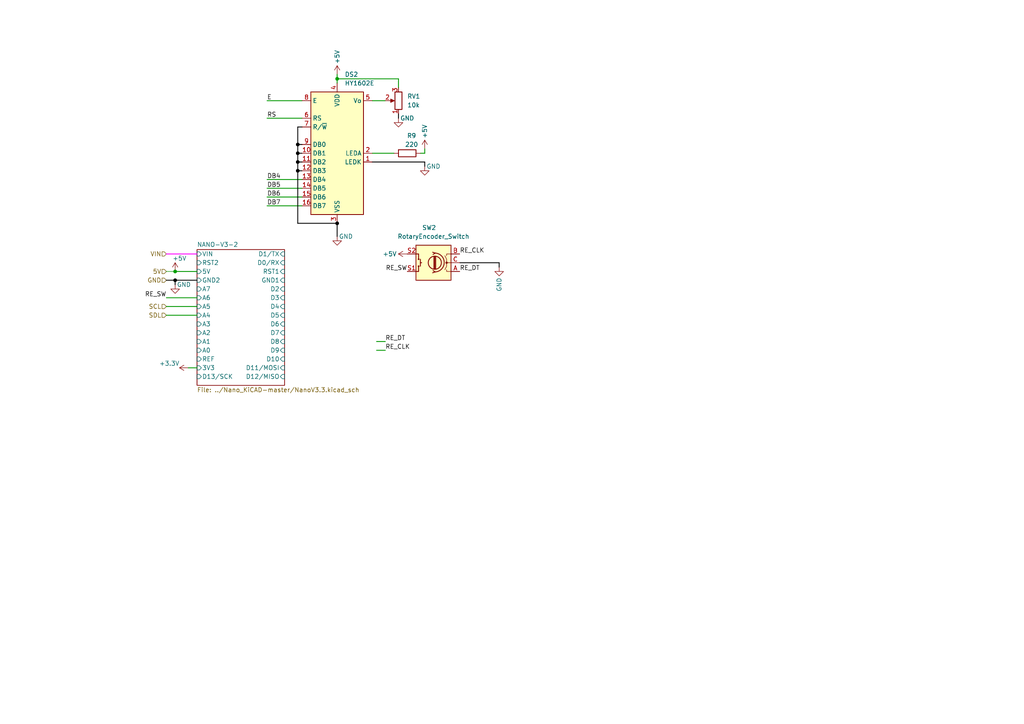
<source format=kicad_sch>
(kicad_sch (version 20231120) (generator "eeschema") (generator_version "8.0")
  (paper "A4")
  (lib_symbols
    (symbol "Device:R" (pin_numbers hide) (pin_names (offset 0))
      (property "Reference" "R" (at 2.032 0 90))
      (property "Value" "R" (at 0 0 90))
      (symbol "R_0_1"
        (rectangle (start -1.016 -2.54) (end 1.016 2.54) (stroke (width 0.254)))
      )
      (symbol "R_1_1"
        (pin passive line (at 0 3.81 270) (length 1.27) (name "~") (number "1"))
        (pin passive line (at 0 -3.81 90) (length 1.27) (name "~") (number "2"))
      )
    )
    (symbol "Device:R_Potentiometer" (pin_names (offset 1.016) hide)
      (property "Reference" "RV" (at -4.445 0 90))
      (property "Value" "R_Potentiometer" (at -2.54 0 90))
      (symbol "R_Potentiometer_0_1"
        (polyline (pts (xy 2.54 0) (xy 1.524 0)))
        (polyline (pts (xy 1.143 0) (xy 2.286 0.508) (xy 2.286 -0.508) (xy 1.143 0)) (fill (type outline)))
        (rectangle (start 1.016 2.54) (end -1.016 -2.54) (stroke (width 0.254)))
      )
      (symbol "R_Potentiometer_1_1"
        (pin passive line (at 0 3.81 270) (length 1.27) (name "1") (number "1"))
        (pin passive line (at 3.81 0 180) (length 1.27) (name "2") (number "2"))
        (pin passive line (at 0 -3.81 90) (length 1.27) (name "3") (number "3"))
      )
    )
    (symbol "Device:RotaryEncoder_Switch" (pin_names (offset 0.254) hide)
      (property "Reference" "SW" (at 0 6.604 0))
      (property "Value" "RotaryEncoder_Switch" (at 0 -6.604 0))
      (symbol "RotaryEncoder_Switch_0_1"
        (rectangle (start -5.08 5.08) (end 5.08 -5.08) (stroke (width 0.254)) (fill (type background)))
        (circle (center -3.81 0) (radius 0.254) (fill (type outline)))
        (circle (center -0.381 0) (radius 1.905) (stroke (width 0.254)))
        (arc (start -0.381 2.667) (mid -3.0988 -0.0635) (end -0.381 -2.794) (stroke (width 0.254)))
        (polyline (pts (xy -0.635 -1.778) (xy -0.635 1.778)) (stroke (width 0.254)))
        (polyline (pts (xy -0.381 -1.778) (xy -0.381 1.778)) (stroke (width 0.254)))
        (polyline (pts (xy -0.127 1.778) (xy -0.127 -1.778)) (stroke (width 0.254)))
        (polyline (pts (xy 3.81 0) (xy 3.429 0)) (stroke (width 0.254)))
        (polyline (pts (xy 3.81 1.016) (xy 3.81 -1.016)) (stroke (width 0.254)))
        (polyline (pts (xy -5.08 -2.54) (xy -3.81 -2.54) (xy -3.81 -2.032)))
        (polyline (pts (xy -5.08 2.54) (xy -3.81 2.54) (xy -3.81 2.032)))
        (polyline (pts (xy 0.254 -3.048) (xy -0.508 -2.794) (xy 0.127 -2.413)) (stroke (width 0.254)))
        (polyline (pts (xy 0.254 2.921) (xy -0.508 2.667) (xy 0.127 2.286)) (stroke (width 0.254)))
        (polyline (pts (xy 5.08 -2.54) (xy 4.318 -2.54) (xy 4.318 -1.016)) (stroke (width 0.254)))
        (polyline (pts (xy 5.08 2.54) (xy 4.318 2.54) (xy 4.318 1.016)) (stroke (width 0.254)))
        (polyline (pts (xy -5.08 0) (xy -3.81 0) (xy -3.81 -1.016) (xy -3.302 -2.032)))
        (polyline (pts (xy -4.318 0) (xy -3.81 0) (xy -3.81 1.016) (xy -3.302 2.032)))
        (circle (center 4.318 -1.016) (radius 0.127) (stroke (width 0.254)))
        (circle (center 4.318 1.016) (radius 0.127) (stroke (width 0.254)))
      )
      (symbol "RotaryEncoder_Switch_1_1"
        (pin passive line (at -7.62 2.54 0) (length 2.54) (name "A") (number "A"))
        (pin passive line (at -7.62 -2.54 0) (length 2.54) (name "B") (number "B"))
        (pin passive line (at -7.62 0 0) (length 2.54) (name "C") (number "C"))
        (pin passive line (at 7.62 2.54 180) (length 2.54) (name "S1") (number "S1"))
        (pin passive line (at 7.62 -2.54 180) (length 2.54) (name "S2") (number "S2"))
      )
    )
    (symbol "HY1602E_1"
      (property "Reference" "DS" (at -6.096 19.05 0))
      (property "Value" "HY1602E" (at 5.08 19.05 0))
      (symbol "HY1602E_1_0_1"
        (rectangle (start -7.62 17.78) (end 7.62 -17.78) (stroke (width 0.254)) (fill (type background)))
      )
      (symbol "HY1602E_1_1_1"
        (pin passive line (at 10.16 -2.54 180) (length 2.54) (name "LEDK") (number "1"))
        (pin bidirectional line (at -10.16 0 0) (length 2.54) (name "DB1") (number "10"))
        (pin bidirectional line (at -10.16 -2.54 0) (length 2.54) (name "DB2") (number "11"))
        (pin bidirectional line (at -10.16 -5.08 0) (length 2.54) (name "DB3") (number "12"))
        (pin bidirectional line (at -10.16 -7.62 0) (length 2.54) (name "DB4") (number "13"))
        (pin bidirectional line (at -10.16 -10.16 0) (length 2.54) (name "DB5") (number "14"))
        (pin bidirectional line (at -10.16 -12.7 0) (length 2.54) (name "DB6") (number "15"))
        (pin bidirectional line (at -10.16 -15.24 0) (length 2.54) (name "DB7") (number "16"))
        (pin passive line (at 10.16 0 180) (length 2.54) (name "LEDA") (number "2"))
        (pin power_in line (at 0 -20.32 90) (length 2.54) (name "VSS") (number "3"))
        (pin power_in line (at 0 20.32 270) (length 2.54) (name "VDD") (number "4"))
        (pin input line (at 10.16 15.24 180) (length 2.54) (name "Vo") (number "5"))
        (pin input line (at -10.16 10.16 0) (length 2.54) (name "RS") (number "6"))
        (pin input line (at -10.16 7.62 0) (length 2.54) (name "R/~{W}") (number "7"))
        (pin input line (at -10.16 15.24 0) (length 2.54) (name "E") (number "8"))
        (pin bidirectional line (at -10.16 2.54 0) (length 2.54) (name "DB0") (number "9"))
      )
    )
    (symbol "power:+3.3V" (power) (pin_names (offset 0))
      (property "Value" "+3.3V" (at 0 3.556 0))
      (symbol "+3.3V_0_1"
        (polyline (pts (xy -0.762 1.27) (xy 0 2.54)))
        (polyline (pts (xy 0 0) (xy 0 2.54)))
        (polyline (pts (xy 0 2.54) (xy 0.762 1.27)))
      )
      (symbol "+3.3V_1_1"
        (pin power_in line (at 0 0 90) (length 0) hide (name "+3.3V") (number "1"))
      )
    )
    (symbol "power:+5V" (power) (pin_names (offset 0))
      (property "Value" "+5V" (at 0 3.556 0))
      (symbol "+5V_0_1"
        (polyline (pts (xy -0.762 1.27) (xy 0 2.54)))
        (polyline (pts (xy 0 0) (xy 0 2.54)))
        (polyline (pts (xy 0 2.54) (xy 0.762 1.27)))
      )
      (symbol "+5V_1_1"
        (pin power_in line (at 0 0 90) (length 0) hide (name "+5V") (number "1"))
      )
    )
    (symbol "power:GND" (power) (pin_names (offset 0))
      (property "Value" "GND" (at 0 -3.81 0))
      (symbol "GND_0_1"
        (polyline (pts (xy 0 0) (xy 0 -1.27) (xy 1.27 -1.27) (xy 0 -2.54) (xy -1.27 -1.27) (xy 0 -1.27)))
      )
      (symbol "GND_1_1"
        (pin power_in line (at 0 0 270) (length 0) hide (name "GND") (number "1"))
      )
    )
  )
  (junction (at 50.8 81.28) (color 0 0 0 1))
  (junction (at 97.79 22.86))
  (junction (at 86.36 41.91) (color 0 0 0 1))
  (junction (at 50.8 78.74))
  (junction (at 97.79 64.77) (color 0 0 0 1))
  (junction (at 86.36 44.45) (color 0 0 0 1))
  (junction (at 86.36 46.99) (color 0 0 0 1))
  (junction (at 86.36 49.53) (color 0 0 0 1))
  (wire (pts (xy 50.8 81.28) (xy 50.8 82.55)) (stroke (width 0.25) (color 0 0 0 1)))
  (wire (pts (xy 86.36 49.53) (xy 86.36 64.77)) (stroke (width 0.25) (color 0 0 0 1)))
  (wire (pts (xy 87.63 52.07) (xy 77.47 52.07)) (stroke (width 0.25)))
  (wire (pts (xy 57.15 106.68) (xy 54.61 106.68)) (stroke (width 0.25)))
  (wire (pts (xy 87.63 41.91) (xy 86.36 41.91)) (stroke (width 0.25) (color 0 0 0 1)))
  (wire (pts (xy 111.76 99.06) (xy 109.22 99.06)) (stroke (width 0.25)))
  (wire (pts (xy 123.19 43.18) (xy 123.19 44.45)) (stroke (width 0.25)))
  (wire (pts (xy 57.15 78.74) (xy 50.8 78.74)) (stroke (width 0.25)))
  (wire (pts (xy 86.36 46.99) (xy 87.63 46.99)) (stroke (width 0.25) (color 0 0 0 1)))
  (wire (pts (xy 50.8 81.28) (xy 57.15 81.28)) (stroke (width 0.25) (color 0 0 0 1)))
  (wire (pts (xy 97.79 22.86) (xy 115.57 22.86)) (stroke (width 0.25)))
  (wire (pts (xy 123.19 44.45) (xy 121.92 44.45)) (stroke (width 0.25)))
  (wire (pts (xy 86.36 46.99) (xy 86.36 49.53)) (stroke (width 0.25) (color 0 0 0 1)))
  (wire (pts (xy 86.36 49.53) (xy 87.63 49.53)) (stroke (width 0.25) (color 0 0 0 1)))
  (wire (pts (xy 57.15 91.44) (xy 48.26 91.44)) (stroke (width 0.25)))
  (wire (pts (xy 87.63 29.21) (xy 77.47 29.21)) (stroke (width 0.25)))
  (wire (pts (xy 86.36 36.83) (xy 87.63 36.83)) (stroke (width 0.25) (color 0 0 0 1)))
  (wire (pts (xy 48.26 86.36) (xy 57.15 86.36)) (stroke (width 0.25)))
  (wire (pts (xy 115.57 34.29) (xy 115.57 33.02)) (stroke (width 0.25) (color 0 0 0 1)))
  (wire (pts (xy 86.36 41.91) (xy 86.36 36.83)) (stroke (width 0.25) (color 0 0 0 1)))
  (wire (pts (xy 97.79 22.86) (xy 97.79 24.13)) (stroke (width 0.25)))
  (wire (pts (xy 115.57 22.86) (xy 115.57 25.4)) (stroke (width 0.25)))
  (wire (pts (xy 107.95 44.45) (xy 114.3 44.45)) (stroke (width 0.25)))
  (wire (pts (xy 111.76 101.6) (xy 109.22 101.6)) (stroke (width 0.25)))
  (wire (pts (xy 97.79 68.58) (xy 97.79 64.77)) (stroke (width 0.25) (color 0 0 0 1)))
  (wire (pts (xy 107.95 29.21) (xy 111.76 29.21)) (stroke (width 0.25)))
  (wire (pts (xy 87.63 57.15) (xy 77.47 57.15)) (stroke (width 0.25)))
  (wire (pts (xy 57.15 88.9) (xy 48.26 88.9)) (stroke (width 0.25)))
  (wire (pts (xy 144.78 76.2) (xy 133.35 76.2)) (stroke (width 0.25) (color 0 0 0 1)))
  (wire (pts (xy 87.63 59.69) (xy 77.47 59.69)) (stroke (width 0.25)))
  (wire (pts (xy 123.19 46.99) (xy 107.95 46.99)) (stroke (width 0.25) (color 0 0 0 1)))
  (wire (pts (xy 123.19 48.26) (xy 123.19 46.99)) (stroke (width 0.25) (color 0 0 0 1)))
  (wire (pts (xy 48.26 73.66) (xy 57.15 73.66)) (stroke (width 0.25) (color 255 0 255 1)))
  (wire (pts (xy 97.79 21.59) (xy 97.79 22.86)) (stroke (width 0.25)))
  (wire (pts (xy 87.63 54.61) (xy 77.47 54.61)) (stroke (width 0.25)))
  (wire (pts (xy 48.26 81.28) (xy 50.8 81.28)) (stroke (width 0.25) (color 0 0 0 1)))
  (wire (pts (xy 87.63 34.29) (xy 77.47 34.29)) (stroke (width 0.25)))
  (wire (pts (xy 50.8 78.74) (xy 48.26 78.74)))
  (wire (pts (xy 86.36 41.91) (xy 86.36 44.45)) (stroke (width 0.25) (color 0 0 0 1)))
  (wire (pts (xy 86.36 44.45) (xy 87.63 44.45)) (stroke (width 0.25) (color 0 0 0 1)))
  (wire (pts (xy 144.78 76.2) (xy 144.78 77.47)) (stroke (width 0.25) (color 0 0 0 1)))
  (wire (pts (xy 86.36 64.77) (xy 97.79 64.77)) (stroke (width 0.25) (color 0 0 0 1)))
  (wire (pts (xy 86.36 44.45) (xy 86.36 46.99)) (stroke (width 0.25) (color 0 0 0 1)))
  (label "RE_DT" (at 133.35 78.74 0))
  (label "RE_CLK" (at 111.76 101.6 0))
  (label "RE_SW" (at 48.26 86.36 180))
  (label "DB7" (at 77.47 59.69 0))
  (label "RE_CLK" (at 133.35 73.66 0))
  (label "E" (at 77.47 29.21 0))
  (label "RE_SW" (at 118.11 78.74 180))
  (label "DB6" (at 77.47 57.15 0))
  (label "DB4" (at 77.47 52.07 0))
  (label "RS" (at 77.47 34.29 0))
  (label "RE_DT" (at 111.76 99.06 0))
  (label "DB5" (at 77.47 54.61 0))
  (hierarchical_label "GND" (shape input) (at 48.26 81.28 180))
  (hierarchical_label "SCL" (shape input) (at 48.26 88.9 180))
  (hierarchical_label "SDL" (shape input) (at 48.26 91.44 180))
  (hierarchical_label "5V" (shape input) (at 48.26 78.74 180))
  (hierarchical_label "VIN" (shape input) (at 48.26 73.66 180))
  (symbol (lib_id "Device:R") (at 118.11 44.45 90) (unit 1)
    (property "Reference" "R9" (at 119.38 39.37 90))
    (property "Value" "220" (at 119.38 41.91 90))
  )
  (symbol (lib_id "power:GND") (at 115.57 34.29 0) (mirror y) (unit 1)
    (property "Reference" "#PWR?" (effects (hide yes)))
    (property "Value" "GND" (at 118.11 34.29 0))
    (instances (project "MP_v3" (path "" (reference "#PWR?") (unit 1))) (project "press_electrical_prudentia_v2_0" (path "" (reference "#PWR023") (unit 1))))
  )
  (symbol (lib_id "power:+5V") (at 97.79 21.59 0) (mirror y) (unit 1)
    (property "Reference" "#PWR021" (effects (hide yes)))
    (property "Value" "+5V" (at 97.79 16.51 90))
  )
  (symbol (lib_name "HY1602E_1") (lib_id "Display_Character:HY1602E") (at 97.79 44.45 0) (unit 1)
    (property "Reference" "DS2" (at 99.9841 21.59 0) (effects (justify left)))
    (property "Value" "HY1602E" (at 99.9841 24.13 0) (effects (justify left)))
    (property "Footprint" "Display:HY1602E" (effects (hide yes)))
    (property "Datasheet" "http://www.icbank.com/data/ICBShop/board/HY1602E.pdf" (effects (hide yes)))
  )
  (symbol (lib_id "power:GND") (at 144.78 77.47 0) (mirror y) (unit 1)
    (property "Reference" "#PWR045" (effects (hide yes)))
    (property "Value" "GND" (at 144.78 82.55 90))
  )
  (symbol (lib_id "power:+3.3V") (at 54.61 106.68 90) (mirror x) (unit 1)
    (property "Reference" "#PWR082" (effects (hide yes)))
    (property "Value" "+3.3V" (at 52.07 105.41 90) (effects (justify left)))
  )
  (symbol (lib_id "power:GND") (at 123.19 48.26 0) (mirror y) (unit 1)
    (property "Reference" "#PWR?" (effects (hide yes)))
    (property "Value" "GND" (at 125.73 48.26 0))
    (instances (project "MP_v3" (path "" (reference "#PWR?") (unit 1))) (project "press_electrical_prudentia_v2_0" (path "" (reference "#PWR025") (unit 1))))
  )
  (symbol (lib_id "power:+5V") (at 123.19 43.18 0) (mirror y) (unit 1)
    (property "Reference" "#PWR024" (effects (hide yes)))
    (property "Value" "+5V" (at 123.19 38.1 90))
  )
  (symbol (lib_id "Device:RotaryEncoder_Switch") (at 125.73 76.2 180) (unit 1)
    (property "Reference" "SW2" (at 124.46 66.04 0))
    (property "Value" "RotaryEncoder_Switch" (at 125.73 68.58 0))
  )
  (symbol (lib_id "power:+5V") (at 50.8 78.74 0) (mirror y) (unit 1)
    (property "Reference" "#PWR026" (effects (hide yes)))
    (property "Value" "+5V" (at 52.07 74.93 0))
  )
  (symbol (lib_id "power:GND") (at 50.8 82.55 0) (mirror y) (unit 1)
    (property "Reference" "#PWR?" (effects (hide yes)))
    (property "Value" "GND" (at 53.34 82.55 0))
    (instances (project "MP_v3" (path "" (reference "#PWR?") (unit 1))) (project "press_electrical_prudentia_v2_0" (path "" (reference "#PWR027") (unit 1))))
  )
  (symbol (lib_id "power:GND") (at 97.79 68.58 0) (mirror y) (unit 1)
    (property "Reference" "#PWR?" (effects (hide yes)))
    (property "Value" "GND" (at 100.33 68.58 0))
    (instances (project "MP_v3" (path "" (reference "#PWR?") (unit 1))) (project "press_electrical_prudentia_v2_0" (path "" (reference "#PWR022") (unit 1))))
  )
  (symbol (lib_id "Device:R_Potentiometer") (at 115.57 29.21 180) (unit 1)
    (property "Reference" "RV1" (at 118.11 27.94 0) (effects (justify right)))
    (property "Value" "10k" (at 118.11 30.48 0) (effects (justify right)))
  )
  (symbol (lib_id "power:+5V") (at 118.11 73.66 90) (mirror x) (unit 1)
    (property "Reference" "#PWR017" (effects (hide yes)))
    (property "Value" "+5V" (at 113.03 73.66 90))
  )
  (sheet (at 57.15 72.39) (size 25.4 39.37) (stroke (width 0.1524))
    (property "Sheetname" "NANO-V3-2" (at 57.15 71.6784 0) (effects (justify left bottom)))
    (property "Sheetfile" "../Nano_KiCAD-master/NanoV3.3.kicad_sch" (at 57.15 112.3446 0) (effects (justify left top)))
    (pin "D2" input (at 82.55 83.82 0))
    (pin "D3" input (at 82.55 86.36 0))
    (pin "D4" input (at 82.55 88.9 0))
    (pin "D7" input (at 82.55 96.52 0))
    (pin "D8" input (at 82.55 99.06 0))
    (pin "D9" input (at 82.55 101.6 0))
    (pin "D10" input (at 82.55 104.14 0))
    (pin "D11{slash}MOSI" input (at 82.55 106.68 0))
    (pin "D12{slash}MISO" input (at 82.55 109.22 0))
    (pin "D1{slash}TX" input (at 82.55 73.66 0))
    (pin "D0{slash}RX" input (at 82.55 76.2 0))
    (pin "D6" input (at 82.55 93.98 0))
    (pin "D5" input (at 82.55 91.44 0))
    (pin "5V" input (at 57.15 78.74 180))
    (pin "3V3" input (at 57.15 106.68 180))
    (pin "A1" input (at 57.15 99.06 180))
    (pin "A2" input (at 57.15 96.52 180))
    (pin "A3" input (at 57.15 93.98 180))
    (pin "A0" input (at 57.15 101.6 180))
    (pin "VIN" input (at 57.15 73.66 180))
    (pin "D13{slash}SCK" input (at 57.15 109.22 180))
    (pin "A7" input (at 57.15 83.82 180))
    (pin "A6" input (at 57.15 86.36 180))
    (pin "A4" input (at 57.15 91.44 180))
    (pin "A5" input (at 57.15 88.9 180))
    (pin "REF" input (at 57.15 104.14 180))
    (pin "RST2" input (at 57.15 76.2 180))
    (pin "RST1" input (at 82.55 78.74 0))
    (pin "GND1" input (at 82.55 81.28 0))
    (pin "GND2" input (at 57.15 81.28 180))
  )
)
</source>
